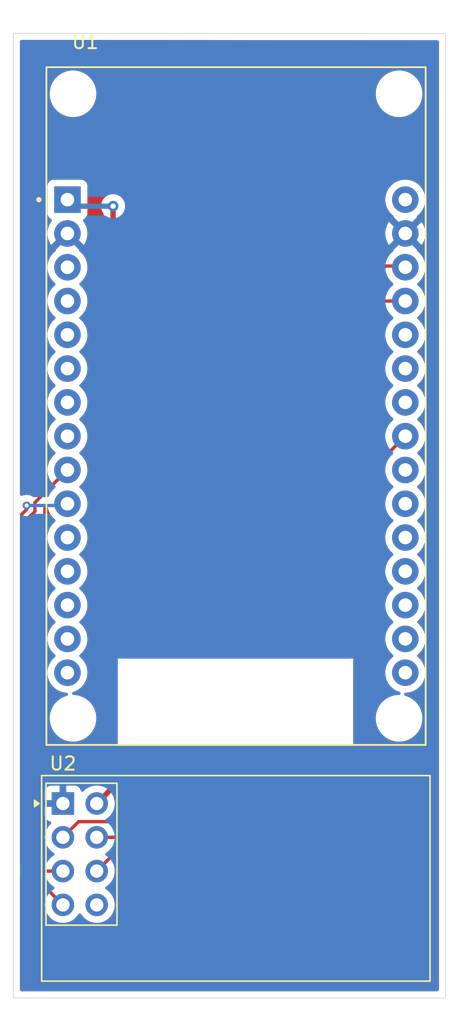
<source format=kicad_pcb>
(kicad_pcb (version 20241229) (generator "pcbnew") (generator_version "9.0")
  (title_block (title "IOT HSS-HUB ESP32") (date "2025-08-29") (rev "1"))
  (layers (0 "F.Cu" signal) (2 "B.Cu" signal) (13 "F.Paste" user) (15 "B.Paste" user) (5 "F.SilkS" user "F.Silkscreen") (7 "B.SilkS" user "B.Silkscreen") (1 "F.Mask" user) (3 "B.Mask" user) (25 "Edge.Cuts" user))
  (net 0 "")
  (net 1 "GND")
  (net 8 "Net-(U1-D13)")
  (net 9 "Net-(U1-D25)")
  (net 22 "Net-(U1-D12)")
  (net 24 "Net-(U1-D19)")
  (net 25 "Net-(U1-D18)")
  (net 27 "+3.3V")
  (footprint "ESP32-DEVKIT-V1:MODULE_ESP32_DEVKIT_V1" (layer "F.Cu") (at 100.27 48.025)
    (property "Reference" "U1" (at -11.355 -27.36 0) (layer "F.SilkS"))
    (property "Value" "ESP32-DEVKIT-V1")
    (fp_line (start -14.28 -25.475) (end -3.211 -25.475) (stroke (width 0.127)) (layer "F.SilkS"))
    (fp_line (start -14.28 -25.475) (end 14.23 -25.475) (stroke (width 0.127)) (layer "F.SilkS"))
    (fp_line (start -14.28 25.475) (end -14.28 -25.475) (stroke (width 0.127)) (layer "F.SilkS"))
    (fp_line (start -14.28 25.475) (end -14.28 -25.475) (stroke (width 0.127)) (layer "F.SilkS"))
    (fp_line (start -14.28 25.475) (end -8.91 25.475) (stroke (width 0.127)) (layer "F.SilkS"))
    (fp_line (start -8.91 25.475) (end 8.78 25.475) (stroke (width 0.127)) (layer "F.SilkS"))
    (fp_line (start -3.211 -25.475) (end 3.5 -25.475) (stroke (width 0.127)) (layer "F.SilkS"))
    (fp_line (start 3.5 -25.475) (end 14.23 -25.475) (stroke (width 0.127)) (layer "F.SilkS"))
    (fp_line (start 8.78 25.475) (end 14.23 25.475) (stroke (width 0.127)) (layer "F.SilkS"))
    (fp_line (start 14.23 -25.475) (end 14.23 25.475) (stroke (width 0.127)) (layer "F.SilkS"))
    (fp_line (start 14.23 -25.475) (end 14.23 25.475) (stroke (width 0.127)) (layer "F.SilkS"))
    (fp_line (start 14.23 25.475) (end -14.28 25.475) (stroke (width 0.127)) (layer "F.SilkS"))
    (fp_circle (center -14.85 -15.515) (end -14.75 -15.515) (stroke (width 0.2)) (fill no) (layer "F.SilkS"))
    (pad "" np_thru_hole circle (at -12.28 -23.475) (size 3 3) (drill 3) (layers "*.Cu" "*.Mask"))
    (pad "" np_thru_hole circle (at -12.28 23.475) (size 3 3) (drill 3) (layers "*.Cu" "*.Mask"))
    (pad "" np_thru_hole circle (at 12.23 -23.475) (size 3 3) (drill 3) (layers "*.Cu" "*.Mask"))
    (pad "" np_thru_hole circle (at 12.23 23.475) (size 3 3) (drill 3) (layers "*.Cu" "*.Mask"))
    (pad "1" thru_hole rect (at -12.7 -15.515) (size 2 2) (drill 1.02) (layers "*.Cu" "*.Mask") (net 27 "+3.3V"))
    (pad "2" thru_hole circle (at -12.7 -12.975) (size 2 2) (drill 1.02) (layers "*.Cu" "*.Mask") (net 1 "GND"))
    (pad "3" thru_hole circle (at -12.7 -10.435) (size 2 2) (drill 1.02) (layers "*.Cu" "*.Mask"))
    (pad "4" thru_hole circle (at -12.7 -7.895) (size 2 2) (drill 1.02) (layers "*.Cu" "*.Mask"))
    (pad "5" thru_hole circle (at -12.7 -5.355) (size 2 2) (drill 1.02) (layers "*.Cu" "*.Mask"))
    (pad "6" thru_hole circle (at -12.7 -2.815) (size 2 2) (drill 1.02) (layers "*.Cu" "*.Mask"))
    (pad "7" thru_hole circle (at -12.7 -0.275) (size 2 2) (drill 1.02) (layers "*.Cu" "*.Mask"))
    (pad "8" thru_hole circle (at -12.7 2.265) (size 2 2) (drill 1.02) (layers "*.Cu" "*.Mask"))
    (pad "9" thru_hole circle (at -12.7 4.805) (size 2 2) (drill 1.02) (layers "*.Cu" "*.Mask") (net 25 "Net-(U1-D18)"))
    (pad "10" thru_hole circle (at -12.7 7.345) (size 2 2) (drill 1.02) (layers "*.Cu" "*.Mask") (net 24 "Net-(U1-D19)"))
    (pad "11" thru_hole circle (at -12.7 9.885) (size 2 2) (drill 1.02) (layers "*.Cu" "*.Mask"))
    (pad "12" thru_hole circle (at -12.7 12.425) (size 2 2) (drill 1.02) (layers "*.Cu" "*.Mask"))
    (pad "13" thru_hole circle (at -12.7 14.965) (size 2 2) (drill 1.02) (layers "*.Cu" "*.Mask"))
    (pad "14" thru_hole circle (at -12.7 17.505) (size 2 2) (drill 1.02) (layers "*.Cu" "*.Mask"))
    (pad "15" thru_hole circle (at -12.7 20.045) (size 2 2) (drill 1.02) (layers "*.Cu" "*.Mask"))
    (pad "16" thru_hole circle (at 12.7 20.045) (size 2 2) (drill 1.02) (layers "*.Cu" "*.Mask"))
    (pad "17" thru_hole circle (at 12.7 17.505) (size 2 2) (drill 1.02) (layers "*.Cu" "*.Mask"))
    (pad "18" thru_hole circle (at 12.7 14.965) (size 2 2) (drill 1.02) (layers "*.Cu" "*.Mask"))
    (pad "19" thru_hole circle (at 12.7 12.425) (size 2 2) (drill 1.02) (layers "*.Cu" "*.Mask"))
    (pad "20" thru_hole circle (at 12.7 9.885) (size 2 2) (drill 1.02) (layers "*.Cu" "*.Mask"))
    (pad "21" thru_hole circle (at 12.7 7.345) (size 2 2) (drill 1.02) (layers "*.Cu" "*.Mask"))
    (pad "22" thru_hole circle (at 12.7 4.805) (size 2 2) (drill 1.02) (layers "*.Cu" "*.Mask"))
    (pad "23" thru_hole circle (at 12.7 2.265) (size 2 2) (drill 1.02) (layers "*.Cu" "*.Mask") (net 9 "Net-(U1-D25)"))
    (pad "24" thru_hole circle (at 12.7 -0.275) (size 2 2) (drill 1.02) (layers "*.Cu" "*.Mask"))
    (pad "25" thru_hole circle (at 12.7 -2.815) (size 2 2) (drill 1.02) (layers "*.Cu" "*.Mask"))
    (pad "26" thru_hole circle (at 12.7 -5.355) (size 2 2) (drill 1.02) (layers "*.Cu" "*.Mask"))
    (pad "27" thru_hole circle (at 12.7 -7.895) (size 2 2) (drill 1.02) (layers "*.Cu" "*.Mask") (net 22 "Net-(U1-D12)"))
    (pad "28" thru_hole circle (at 12.7 -10.435) (size 2 2) (drill 1.02) (layers "*.Cu" "*.Mask") (net 8 "Net-(U1-D13)"))
    (pad "29" thru_hole circle (at 12.7 -12.975) (size 2 2) (drill 1.02) (layers "*.Cu" "*.Mask") (net 1 "GND"))
    (pad "30" thru_hole circle (at 12.7 -15.515) (size 2 2) (drill 1.02) (layers "*.Cu" "*.Mask"))
    (zone (net 0) (net_name "") (layer "F.Cu") (connect_pads (clearance 0)) (min_thickness 0.01)
      (keepout (tracks not_allowed) (vias not_allowed) (pads not_allowed) (copperpour not_allowed) (footprints allowed))
      (fill (thermal_gap 0.508) (thermal_bridge_width 0.508))
      (polygon (pts (xy 91.36 67.01) (xy 109.05 67.01) (xy 109.05 73.5) (xy 91.36 73.5)))
    )
    (zone (net 0) (net_name "") (layer "B.Cu") (connect_pads (clearance 0)) (min_thickness 0.01)
      (keepout (tracks not_allowed) (vias not_allowed) (pads not_allowed) (copperpour not_allowed) (footprints allowed))
      (fill (thermal_gap 0.508) (thermal_bridge_width 0.508))
      (polygon (pts (xy 91.36 67.01) (xy 109.05 67.01) (xy 109.05 73.5) (xy 91.36 73.5)))
    )
  )
  (footprint "RF_Module:nRF24L01_Breakout" (layer "F.Cu") (at 87.23 77.905)
    (property "Reference" "U2" (at 0 -3 0) (layer "F.SilkS"))
    (property "Value" "NRF24L01_Breakout")
    (fp_line (start -1.6 -2.1) (end -1.6 -2.1) (stroke (width 0.12)) (layer "F.SilkS"))
    (fp_line (start -1.6 -2.1) (end 27.6 -2.1) (stroke (width 0.12)) (layer "F.SilkS"))
    (fp_line (start -1.6 13.35) (end -1.6 -2.1) (stroke (width 0.12)) (layer "F.SilkS"))
    (fp_line (start -1.27 -1.524) (end -1.27 -1.524) (stroke (width 0.12)) (layer "F.SilkS"))
    (fp_line (start -1.27 -1.524) (end 4.064 -1.524) (stroke (width 0.12)) (layer "F.SilkS"))
    (fp_line (start -1.27 9.144) (end -1.27 -1.524) (stroke (width 0.12)) (layer "F.SilkS"))
    (fp_line (start -1.27 9.144) (end -1.27 9.144) (stroke (width 0.12)) (layer "F.SilkS"))
    (fp_line (start 4.064 -1.524) (end 4.064 9.144) (stroke (width 0.12)) (layer "F.SilkS"))
    (fp_line (start 4.064 9.144) (end -1.27 9.144) (stroke (width 0.12)) (layer "F.SilkS"))
    (fp_line (start 27.6 -2.1) (end 27.6 13.35) (stroke (width 0.12)) (layer "F.SilkS"))
    (fp_line (start 27.6 13.35) (end -1.6 13.35) (stroke (width 0.12)) (layer "F.SilkS"))
    (fp_poly (pts (xy -1.8 0) (xy -2.136 0.24) (xy -2.136 -0.24) (xy -1.8 0)) (stroke (width 0.12)) (fill yes) (layer "F.SilkS"))
    (pad "1" thru_hole rect (at 0 0) (size 1.7 1.7) (drill 1) (layers "*.Cu" "*.Mask") (net 1 "GND"))
    (pad "2" thru_hole circle (at 2.54 0) (size 1.7 1.7) (drill 1) (layers "*.Cu" "*.Mask") (net 27 "+3.3V"))
    (pad "3" thru_hole circle (at 0 2.54) (size 1.7 1.7) (drill 1) (layers "*.Cu" "*.Mask") (net 8 "Net-(U1-D13)"))
    (pad "4" thru_hole circle (at 2.54 2.54) (size 1.7 1.7) (drill 1) (layers "*.Cu" "*.Mask") (net 22 "Net-(U1-D12)"))
    (pad "5" thru_hole circle (at 0 5.08) (size 1.7 1.7) (drill 1) (layers "*.Cu" "*.Mask") (net 25 "Net-(U1-D18)"))
    (pad "6" thru_hole circle (at 2.54 5.08) (size 1.7 1.7) (drill 1) (layers "*.Cu" "*.Mask") (net 9 "Net-(U1-D25)"))
    (pad "7" thru_hole circle (at 0 7.62) (size 1.7 1.7) (drill 1) (layers "*.Cu" "*.Mask") (net 24 "Net-(U1-D19)"))
    (pad "8" thru_hole circle (at 2.54 7.62) (size 1.7 1.7) (drill 1) (layers "*.Cu" "*.Mask"))
  )
  (gr_line (start 116 20.025) (end 116 92.525) (stroke (width 0.05)) (layer "Edge.Cuts"))
  (gr_line (start 83.5 20) (end 116 20.025) (stroke (width 0.05)) (layer "Edge.Cuts"))
  (gr_line (start 83.5 92.525) (end 83.5 20) (stroke (width 0.05)) (layer "Edge.Cuts"))
  (gr_line (start 83.5 92.525) (end 116 92.525) (stroke (width 0.05)) (layer "Edge.Cuts"))
  (segment (start 111.5 37.5) (end 112.88 37.5) (width 0.25) (layer "F.Cu") (net 8))
  (segment (start 109.5 39.5) (end 111.5 37.5) (width 0.25) (layer "F.Cu") (net 8))
  (segment (start 88.406 79.269) (end 103.459192 79.269) (width 0.25) (layer "F.Cu") (net 8))
  (segment (start 109.5 73.228192) (end 109.5 39.5) (width 0.25) (layer "F.Cu") (net 8))
  (segment (start 87.23 80.445) (end 88.406 79.269) (width 0.25) (layer "F.Cu") (net 8))
  (segment (start 103.459192 79.269) (end 109.5 73.228192) (width 0.25) (layer "F.Cu") (net 8))
  (segment (start 112.88 37.5) (end 112.97 37.59) (width 0.25) (layer "F.Cu") (net 8))
  (segment (start 110.5 73) (end 110.5 52.76) (width 0.25) (layer "F.Cu") (net 9))
  (segment (start 91.859 80.896) (end 103.107812 80.896) (width 0.25) (layer "F.Cu") (net 9))
  (segment (start 103.107812 80.896) (end 110.451 73.552812) (width 0.25) (layer "F.Cu") (net 9))
  (segment (start 89.77 82.985) (end 91.859 80.896) (width 0.25) (layer "F.Cu") (net 9))
  (segment (start 110.451 73.049) (end 110.5 73) (width 0.25) (layer "F.Cu") (net 9))
  (segment (start 110.5 52.76) (end 112.97 50.29) (width 0.25) (layer "F.Cu") (net 9))
  (segment (start 110.451 73.552812) (end 110.451 73.049) (width 0.25) (layer "F.Cu") (net 9))
  (segment (start 111.37 40.13) (end 112.97 40.13) (width 0.25) (layer "F.Cu") (net 22))
  (segment (start 110 41.5) (end 111.37 40.13) (width 0.25) (layer "F.Cu") (net 22))
  (segment (start 89.77 80.445) (end 102.921002 80.445) (width 0.25) (layer "F.Cu") (net 22))
  (segment (start 102.921002 80.445) (end 110 73.366002) (width 0.25) (layer "F.Cu") (net 22))
  (segment (start 110 73.366002) (end 110 41.5) (width 0.25) (layer "F.Cu") (net 22))
  (segment (start 84.126 82.421) (end 87.23 85.525) (width 0.25) (layer "F.Cu") (net 24))
  (segment (start 84.5 55.8) (end 84.126 56.174) (width 0.25) (layer "F.Cu") (net 24))
  (segment (start 84.126 56.174) (end 84.126 82.421) (width 0.25) (layer "F.Cu") (net 24))
  (segment (start 84.5 55.5) (end 84.5 55.8) (width 0.25) (layer "F.Cu") (net 24))
  (via (at 84.5 55.5) (size 0.6) (drill 0.3) (layers "F.Cu" "B.Cu") (net 24))
  (segment (start 87.44 55.5) (end 87.57 55.37) (width 0.25) (layer "B.Cu") (net 24))
  (segment (start 84.5 55.5) (end 87.44 55.5) (width 0.25) (layer "B.Cu") (net 24))
  (segment (start 85.126 55.951) (end 85.126 55.274) (width 0.25) (layer "F.Cu") (net 25))
  (segment (start 87.23 82.985) (end 85.32781 82.985) (width 0.25) (layer "F.Cu") (net 25))
  (segment (start 85.32781 82.985) (end 84.577 82.23419) (width 0.25) (layer "F.Cu") (net 25))
  (segment (start 85.126 55.274) (end 87.57 52.83) (width 0.25) (layer "F.Cu") (net 25))
  (segment (start 84.577 56.5) (end 85.126 55.951) (width 0.25) (layer "F.Cu") (net 25))
  (segment (start 84.577 82.23419) (end 84.577 56.5) (width 0.25) (layer "F.Cu") (net 25))
  (segment (start 91 76.675) (end 91 33) (width 0.4) (layer "F.Cu") (net 27))
  (segment (start 89.77 77.905) (end 91 76.675) (width 0.4) (layer "F.Cu") (net 27))
  (via (at 91 33) (size 0.8) (drill 0.4) (layers "F.Cu" "B.Cu") (net 27))
  (segment (start 91 33) (end 88.06 33) (width 0.4) (layer "B.Cu") (net 27))
  (segment (start 88.06 33) (end 87.57 32.51) (width 0.4) (layer "B.Cu") (net 27))
  (zone (net 1) (net_name "GND") (layers "F.Cu" "B.Cu") (connect_pads (clearance 0.5)) (min_thickness 0.25) (fill yes (thermal_gap 0.5) (thermal_bridge_width 0.5))
    (polygon (pts (xy 82.5 17.5) (xy 118 17.5) (xy 118 94.5) (xy 82.5 94.5)))
  )
)
</source>
